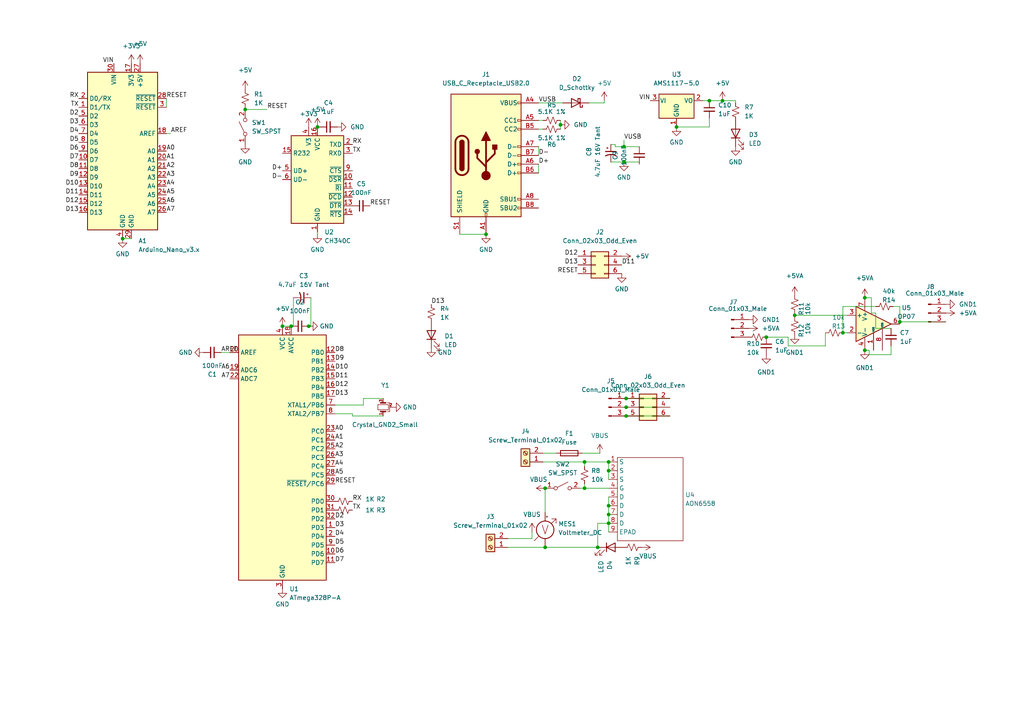
<source format=kicad_sch>
(kicad_sch (version 20211123) (generator eeschema)
  (paper "A4")
  (lib_symbols
    (symbol "AON6558:AON6558"
      (property "Reference" "U" (at 11.43 5.08 0))
      (property "Value" "AON6558" (at 12.7 -11.43 0))
      (symbol "AON6558_0_0"
        (pin unspecified line (at 0 0 0) (length 2.54) (name "S") (number "1"))
        (pin unspecified line (at 0 -2.54 0) (length 2.54) (name "S") (number "2"))
        (pin unspecified line (at 0 -5.08 0) (length 2.54) (name "S") (number "3"))
        (pin unspecified line (at 0 -7.62 0) (length 2.54) (name "G") (number "4"))
        (pin unspecified line (at 0 -10.16 0) (length 2.54) (name "D") (number "5"))
        (pin unspecified line (at 0 -12.7 0) (length 2.54) (name "D") (number "6"))
        (pin unspecified line (at 0 -15.24 0) (length 2.54) (name "D") (number "7"))
        (pin unspecified line (at 0 -17.78 0) (length 2.54) (name "D") (number "8"))
        (pin unspecified line (at 0 -20.32 0) (length 2.54) (name "EPAD") (number "9"))
      )
      (symbol "AON6558_0_1"
        (rectangle (start 21.59 -22.86) (end 2.54 1.27))
      )
    )
    (symbol "Amplifier_Operational:OP07" (pin_names (offset 0.127))
      (property "Reference" "U" (at 1.27 6.35 0))
      (property "Value" "OP07" (at 1.27 3.81 0))
      (symbol "OP07_0_1"
        (polyline (pts (xy -5.08 5.08) (xy 5.08 0) (xy -5.08 -5.08) (xy -5.08 5.08)) (stroke (width 0.254)) (fill (type background)))
      )
      (symbol "OP07_1_1"
        (pin input line (at 0 -7.62 90) (length 5.08) (name "VOS") (number "1"))
        (pin input line (at -7.62 -2.54 0) (length 2.54) (name "-") (number "2"))
        (pin input line (at -7.62 2.54 0) (length 2.54) (name "+") (number "3"))
        (pin power_in line (at -2.54 -7.62 90) (length 3.81) (name "V-") (number "4"))
        (pin no_connect line (at 0 2.54 270) (length 2.54) hide (name "NC") (number "5"))
        (pin output line (at 7.62 0 180) (length 2.54) (name "~") (number "6"))
        (pin power_in line (at -2.54 7.62 270) (length 3.81) (name "V+") (number "7"))
        (pin input line (at 2.54 -7.62 90) (length 6.35) (name "VOS") (number "8"))
      )
    )
    (symbol "Connector:Conn_01x03_Male" (pin_names (offset 1.016) hide)
      (property "Reference" "J" (at 0 5.08 0))
      (property "Value" "Conn_01x03_Male" (at 0 -5.08 0))
      (symbol "Conn_01x03_Male_1_1"
        (polyline (pts (xy 1.27 -2.54) (xy 0.8636 -2.54)) (stroke (width 0.1524)))
        (polyline (pts (xy 1.27 0) (xy 0.8636 0)) (stroke (width 0.1524)))
        (polyline (pts (xy 1.27 2.54) (xy 0.8636 2.54)) (stroke (width 0.1524)))
        (rectangle (start 0.8636 -2.413) (end 0 -2.667) (stroke (width 0.1524)) (fill (type outline)))
        (rectangle (start 0.8636 0.127) (end 0 -0.127) (stroke (width 0.1524)) (fill (type outline)))
        (rectangle (start 0.8636 2.667) (end 0 2.413) (stroke (width 0.1524)) (fill (type outline)))
        (pin passive line (at 5.08 2.54 180) (length 3.81) (name "Pin_1") (number "1"))
        (pin passive line (at 5.08 0 180) (length 3.81) (name "Pin_2") (number "2"))
        (pin passive line (at 5.08 -2.54 180) (length 3.81) (name "Pin_3") (number "3"))
      )
    )
    (symbol "Connector:Screw_Terminal_01x02" (pin_names (offset 1.016) hide)
      (property "Reference" "J" (at 0 2.54 0))
      (property "Value" "Screw_Terminal_01x02" (at 0 -5.08 0))
      (symbol "Screw_Terminal_01x02_1_1"
        (rectangle (start -1.27 1.27) (end 1.27 -3.81) (stroke (width 0.254)) (fill (type background)))
        (circle (center 0 -2.54) (radius 0.635) (stroke (width 0.1524)))
        (polyline (pts (xy -0.5334 -2.2098) (xy 0.3302 -3.048)) (stroke (width 0.1524)))
        (polyline (pts (xy -0.5334 0.3302) (xy 0.3302 -0.508)) (stroke (width 0.1524)))
        (polyline (pts (xy -0.3556 -2.032) (xy 0.508 -2.8702)) (stroke (width 0.1524)))
        (polyline (pts (xy -0.3556 0.508) (xy 0.508 -0.3302)) (stroke (width 0.1524)))
        (circle (center 0 0) (radius 0.635) (stroke (width 0.1524)))
        (pin passive line (at -5.08 0 0) (length 3.81) (name "Pin_1") (number "1"))
        (pin passive line (at -5.08 -2.54 0) (length 3.81) (name "Pin_2") (number "2"))
      )
    )
    (symbol "Connector:USB_C_Receptacle_USB2.0" (pin_names (offset 1.016))
      (property "Reference" "J" (at -10.16 19.05 0))
      (property "Value" "USB_C_Receptacle_USB2.0" (at 19.05 19.05 0))
      (symbol "USB_C_Receptacle_USB2.0_0_0"
        (rectangle (start -0.254 -17.78) (end 0.254 -16.764))
        (rectangle (start 10.16 -14.986) (end 9.144 -15.494))
        (rectangle (start 10.16 -12.446) (end 9.144 -12.954))
        (rectangle (start 10.16 -4.826) (end 9.144 -5.334))
        (rectangle (start 10.16 -2.286) (end 9.144 -2.794))
        (rectangle (start 10.16 0.254) (end 9.144 -0.254))
        (rectangle (start 10.16 2.794) (end 9.144 2.286))
        (rectangle (start 10.16 7.874) (end 9.144 7.366))
        (rectangle (start 10.16 10.414) (end 9.144 9.906))
        (rectangle (start 10.16 15.494) (end 9.144 14.986))
      )
      (symbol "USB_C_Receptacle_USB2.0_0_1"
        (rectangle (start -10.16 17.78) (end 10.16 -17.78) (stroke (width 0.254)) (fill (type background)))
        (arc (start -8.89 -3.81) (mid -6.985 -5.715) (end -5.08 -3.81) (stroke (width 0.508)))
        (arc (start -7.62 -3.81) (mid -6.985 -4.445) (end -6.35 -3.81) (stroke (width 0.254)))
        (arc (start -7.62 -3.81) (mid -6.985 -4.445) (end -6.35 -3.81) (stroke (width 0.254)) (fill (type outline)))
        (rectangle (start -7.62 -3.81) (end -6.35 3.81) (stroke (width 0.254)) (fill (type outline)))
        (arc (start -6.35 3.81) (mid -6.985 4.445) (end -7.62 3.81) (stroke (width 0.254)))
        (arc (start -6.35 3.81) (mid -6.985 4.445) (end -7.62 3.81) (stroke (width 0.254)) (fill (type outline)))
        (arc (start -5.08 3.81) (mid -6.985 5.715) (end -8.89 3.81) (stroke (width 0.508)))
        (circle (center -2.54 1.143) (radius 0.635) (stroke (width 0.254)) (fill (type outline)))
        (circle (center 0 -5.842) (radius 1.27) (fill (type outline)))
        (polyline (pts (xy -8.89 -3.81) (xy -8.89 3.81)) (stroke (width 0.508)))
        (polyline (pts (xy -5.08 3.81) (xy -5.08 -3.81)) (stroke (width 0.508)))
        (polyline (pts (xy 0 -5.842) (xy 0 4.318)) (stroke (width 0.508)))
        (polyline (pts (xy 0 -3.302) (xy -2.54 -0.762) (xy -2.54 0.508)) (stroke (width 0.508)))
        (polyline (pts (xy 0 -2.032) (xy 2.54 0.508) (xy 2.54 1.778)) (stroke (width 0.508)))
        (polyline (pts (xy -1.27 4.318) (xy 0 6.858) (xy 1.27 4.318) (xy -1.27 4.318)) (stroke (width 0.254)) (fill (type outline)))
        (rectangle (start 1.905 1.778) (end 3.175 3.048) (stroke (width 0.254)) (fill (type outline)))
      )
      (symbol "USB_C_Receptacle_USB2.0_1_1"
        (pin passive line (at 0 -22.86 90) (length 5.08) (name "GND") (number "A1"))
        (pin passive line (at 0 -22.86 90) (length 5.08) hide (name "GND") (number "A12"))
        (pin passive line (at 15.24 15.24 180) (length 5.08) (name "VBUS") (number "A4"))
        (pin bidirectional line (at 15.24 10.16 180) (length 5.08) (name "CC1") (number "A5"))
        (pin bidirectional line (at 15.24 -2.54 180) (length 5.08) (name "D+") (number "A6"))
        (pin bidirectional line (at 15.24 2.54 180) (length 5.08) (name "D-") (number "A7"))
        (pin bidirectional line (at 15.24 -12.7 180) (length 5.08) (name "SBU1") (number "A8"))
        (pin passive line (at 15.24 15.24 180) (length 5.08) hide (name "VBUS") (number "A9"))
        (pin passive line (at 0 -22.86 90) (length 5.08) hide (name "GND") (number "B1"))
        (pin passive line (at 0 -22.86 90) (length 5.08) hide (name "GND") (number "B12"))
        (pin passive line (at 15.24 15.24 180) (length 5.08) hide (name "VBUS") (number "B4"))
        (pin bidirectional line (at 15.24 7.62 180) (length 5.08) (name "CC2") (number "B5"))
        (pin bidirectional line (at 15.24 -5.08 180) (length 5.08) (name "D+") (number "B6"))
        (pin bidirectional line (at 15.24 0 180) (length 5.08) (name "D-") (number "B7"))
        (pin bidirectional line (at 15.24 -15.24 180) (length 5.08) (name "SBU2") (number "B8"))
        (pin passive line (at 15.24 15.24 180) (length 5.08) hide (name "VBUS") (number "B9"))
        (pin passive line (at -7.62 -22.86 90) (length 5.08) (name "SHIELD") (number "S1"))
      )
    )
    (symbol "Connector_Generic:Conn_02x03_Odd_Even" (pin_names (offset 1.016) hide)
      (property "Reference" "J" (at 1.27 5.08 0))
      (property "Value" "Conn_02x03_Odd_Even" (at 1.27 -5.08 0))
      (symbol "Conn_02x03_Odd_Even_1_1"
        (rectangle (start -1.27 -2.413) (end 0 -2.667) (stroke (width 0.1524)))
        (rectangle (start -1.27 0.127) (end 0 -0.127) (stroke (width 0.1524)))
        (rectangle (start -1.27 2.667) (end 0 2.413) (stroke (width 0.1524)))
        (rectangle (start -1.27 3.81) (end 3.81 -3.81) (stroke (width 0.254)) (fill (type background)))
        (rectangle (start 3.81 -2.413) (end 2.54 -2.667) (stroke (width 0.1524)))
        (rectangle (start 3.81 0.127) (end 2.54 -0.127) (stroke (width 0.1524)))
        (rectangle (start 3.81 2.667) (end 2.54 2.413) (stroke (width 0.1524)))
        (pin passive line (at -5.08 2.54 0) (length 3.81) (name "Pin_1") (number "1"))
        (pin passive line (at 7.62 2.54 180) (length 3.81) (name "Pin_2") (number "2"))
        (pin passive line (at -5.08 0 0) (length 3.81) (name "Pin_3") (number "3"))
        (pin passive line (at 7.62 0 180) (length 3.81) (name "Pin_4") (number "4"))
        (pin passive line (at -5.08 -2.54 0) (length 3.81) (name "Pin_5") (number "5"))
        (pin passive line (at 7.62 -2.54 180) (length 3.81) (name "Pin_6") (number "6"))
      )
    )
    (symbol "Device:C_Polarized_Small_US" (pin_numbers hide) (pin_names (offset 0.254) hide)
      (property "Reference" "C" (at 0.254 1.778 0))
      (property "Value" "C_Polarized_Small_US" (at 0.254 -2.032 0))
      (symbol "C_Polarized_Small_US_0_1"
        (polyline (pts (xy -1.524 0.508) (xy 1.524 0.508)) (stroke (width 0.3048)))
        (polyline (pts (xy -1.27 1.524) (xy -0.762 1.524)))
        (polyline (pts (xy -1.016 1.27) (xy -1.016 1.778)))
        (arc (start 1.524 -0.762) (mid 0 -0.3734) (end -1.524 -0.762) (stroke (width 0.3048)))
      )
      (symbol "C_Polarized_Small_US_1_1"
        (pin passive line (at 0 2.54 270) (length 2.032) (name "~") (number "1"))
        (pin passive line (at 0 -2.54 90) (length 2.032) (name "~") (number "2"))
      )
    )
    (symbol "Device:C_Small" (pin_numbers hide) (pin_names (offset 0.254) hide)
      (property "Reference" "C" (at 0.254 1.778 0))
      (property "Value" "C_Small" (at 0.254 -2.032 0))
      (symbol "C_Small_0_1"
        (polyline (pts (xy -1.524 -0.508) (xy 1.524 -0.508)) (stroke (width 0.3302)))
        (polyline (pts (xy -1.524 0.508) (xy 1.524 0.508)) (stroke (width 0.3048)))
      )
      (symbol "C_Small_1_1"
        (pin passive line (at 0 2.54 270) (length 2.032) (name "~") (number "1"))
        (pin passive line (at 0 -2.54 90) (length 2.032) (name "~") (number "2"))
      )
    )
    (symbol "Device:Crystal_GND2_Small" (pin_names (offset 1.016) hide)
      (property "Reference" "Y" (at 0 5.08 0))
      (property "Value" "Crystal_GND2_Small" (at 0 3.175 0))
      (symbol "Crystal_GND2_Small_0_1"
        (rectangle (start -0.762 -1.524) (end 0.762 1.524))
        (polyline (pts (xy -1.27 -0.762) (xy -1.27 0.762)) (stroke (width 0.381)))
        (polyline (pts (xy 1.27 -0.762) (xy 1.27 0.762)) (stroke (width 0.381)))
        (polyline (pts (xy -1.27 -1.27) (xy -1.27 -1.905) (xy 1.27 -1.905) (xy 1.27 -1.27)))
      )
      (symbol "Crystal_GND2_Small_1_1"
        (pin passive line (at -2.54 0 0) (length 1.27) (name "1") (number "1"))
        (pin passive line (at 0 -2.54 90) (length 0.635) (name "2") (number "2"))
        (pin passive line (at 2.54 0 180) (length 1.27) (name "3") (number "3"))
      )
    )
    (symbol "Device:D_Schottky" (pin_numbers hide) (pin_names (offset 1.016) hide)
      (property "Reference" "D" (at 0 2.54 0))
      (property "Value" "D_Schottky" (at 0 -2.54 0))
      (symbol "D_Schottky_0_1"
        (polyline (pts (xy 1.27 0) (xy -1.27 0)))
        (polyline (pts (xy 1.27 1.27) (xy 1.27 -1.27) (xy -1.27 0) (xy 1.27 1.27)) (stroke (width 0.254)))
        (polyline (pts (xy -1.905 0.635) (xy -1.905 1.27) (xy -1.27 1.27) (xy -1.27 -1.27) (xy -0.635 -1.27) (xy -0.635 -0.635)) (stroke (width 0.254)))
      )
      (symbol "D_Schottky_1_1"
        (pin passive line (at -3.81 0 0) (length 2.54) (name "K") (number "1"))
        (pin passive line (at 3.81 0 180) (length 2.54) (name "A") (number "2"))
      )
    )
    (symbol "Device:Fuse" (pin_numbers hide) (pin_names (offset 0))
      (property "Reference" "F" (at 2.032 0 90))
      (property "Value" "Fuse" (at -1.905 0 90))
      (symbol "Fuse_0_1"
        (rectangle (start -0.762 -2.54) (end 0.762 2.54) (stroke (width 0.254)))
        (polyline (pts (xy 0 2.54) (xy 0 -2.54)))
      )
      (symbol "Fuse_1_1"
        (pin passive line (at 0 3.81 270) (length 1.27) (name "~") (number "1"))
        (pin passive line (at 0 -3.81 90) (length 1.27) (name "~") (number "2"))
      )
    )
    (symbol "Device:LED" (pin_numbers hide) (pin_names (offset 1.016) hide)
      (property "Reference" "D" (at 0 2.54 0))
      (property "Value" "LED" (at 0 -2.54 0))
      (symbol "LED_0_1"
        (polyline (pts (xy -1.27 -1.27) (xy -1.27 1.27)) (stroke (width 0.254)))
        (polyline (pts (xy -1.27 0) (xy 1.27 0)))
        (polyline (pts (xy 1.27 -1.27) (xy 1.27 1.27) (xy -1.27 0) (xy 1.27 -1.27)) (stroke (width 0.254)))
        (polyline (pts (xy -3.048 -0.762) (xy -4.572 -2.286) (xy -3.81 -2.286) (xy -4.572 -2.286) (xy -4.572 -1.524)))
        (polyline (pts (xy -1.778 -0.762) (xy -3.302 -2.286) (xy -2.54 -2.286) (xy -3.302 -2.286) (xy -3.302 -1.524)))
      )
      (symbol "LED_1_1"
        (pin passive line (at -3.81 0 0) (length 2.54) (name "K") (number "1"))
        (pin passive line (at 3.81 0 180) (length 2.54) (name "A") (number "2"))
      )
    )
    (symbol "Device:R_Small_US" (pin_numbers hide) (pin_names (offset 0.254) hide)
      (property "Reference" "R" (at 0.762 0.508 0))
      (property "Value" "R_Small_US" (at 0.762 -1.016 0))
      (symbol "R_Small_US_1_1"
        (polyline (pts (xy 0 0) (xy 1.016 -0.381) (xy 0 -0.762) (xy -1.016 -1.143) (xy 0 -1.524)))
        (polyline (pts (xy 0 1.524) (xy 1.016 1.143) (xy 0 0.762) (xy -1.016 0.381) (xy 0 0)))
        (pin passive line (at 0 2.54 270) (length 1.016) (name "~") (number "1"))
        (pin passive line (at 0 -2.54 90) (length 1.016) (name "~") (number "2"))
      )
    )
    (symbol "Device:Voltmeter_DC" (pin_numbers hide) (pin_names (offset 0.0254) hide)
      (property "Reference" "MES" (at -3.302 1.016 0))
      (property "Value" "Voltmeter_DC" (at -3.302 -0.762 0))
      (symbol "Voltmeter_DC_0_0"
        (polyline (pts (xy -3.175 -3.175) (xy -1.905 -1.905)))
        (polyline (pts (xy 1.905 1.905) (xy 3.175 3.175)))
        (polyline (pts (xy 1.905 3.175) (xy 3.175 3.175) (xy 3.175 1.905)))
        (text "V" (at 0 0 0) (effects (font (size 2.54 2.54))))
      )
      (symbol "Voltmeter_DC_0_1"
        (polyline (pts (xy 0.254 3.81) (xy 0.762 3.81)))
        (polyline (pts (xy 0.508 4.064) (xy 0.508 3.556)))
        (circle (center 0 0) (radius 2.54) (stroke (width 0.254)))
      )
      (symbol "Voltmeter_DC_1_1"
        (pin passive line (at 0 -5.08 90) (length 2.54) (name "-") (number "1"))
        (pin passive line (at 0 5.08 270) (length 2.54) (name "+") (number "2"))
      )
    )
    (symbol "Interface_USB:CH340C"
      (property "Reference" "U" (at -5.08 13.97 0))
      (property "Value" "CH340C" (at 1.27 13.97 0))
      (symbol "CH340C_0_1"
        (rectangle (start -7.62 12.7) (end 7.62 -12.7) (stroke (width 0.254)) (fill (type background)))
      )
      (symbol "CH340C_1_1"
        (pin power_in line (at 0 -15.24 90) (length 2.54) (name "GND") (number "1"))
        (pin input line (at 10.16 0 180) (length 2.54) (name "~{DSR}") (number "10"))
        (pin input line (at 10.16 -2.54 180) (length 2.54) (name "~{RI}") (number "11"))
        (pin input line (at 10.16 -5.08 180) (length 2.54) (name "~{DCD}") (number "12"))
        (pin output line (at 10.16 -7.62 180) (length 2.54) (name "~{DTR}") (number "13"))
        (pin output line (at 10.16 -10.16 180) (length 2.54) (name "~{RTS}") (number "14"))
        (pin input line (at -10.16 7.62 0) (length 2.54) (name "R232") (number "15"))
        (pin power_in line (at 0 15.24 270) (length 2.54) (name "VCC") (number "16"))
        (pin output line (at 10.16 10.16 180) (length 2.54) (name "TXD") (number "2"))
        (pin input line (at 10.16 7.62 180) (length 2.54) (name "RXD") (number "3"))
        (pin passive line (at -2.54 15.24 270) (length 2.54) (name "V3") (number "4"))
        (pin bidirectional line (at -10.16 2.54 0) (length 2.54) (name "UD+") (number "5"))
        (pin bidirectional line (at -10.16 0 0) (length 2.54) (name "UD-") (number "6"))
        (pin no_connect line (at -7.62 -7.62 0) (length 2.54) hide (name "NC") (number "7"))
        (pin no_connect line (at -7.62 -10.16 0) (length 2.54) hide (name "NC") (number "8"))
        (pin input line (at 10.16 2.54 180) (length 2.54) (name "~{CTS}") (number "9"))
      )
    )
    (symbol "MCU_Microchip_ATmega:ATmega328P-A"
      (property "Reference" "U" (at -12.7 36.83 0))
      (property "Value" "ATmega328P-A" (at 2.54 -36.83 0))
      (symbol "ATmega328P-A_0_1"
        (rectangle (start -12.7 -35.56) (end 12.7 35.56) (stroke (width 0.254)) (fill (type background)))
      )
      (symbol "ATmega328P-A_1_1"
        (pin bidirectional line (at 15.24 -20.32 180) (length 2.54) (name "PD3") (number "1"))
        (pin bidirectional line (at 15.24 -27.94 180) (length 2.54) (name "PD6") (number "10"))
        (pin bidirectional line (at 15.24 -30.48 180) (length 2.54) (name "PD7") (number "11"))
        (pin bidirectional line (at 15.24 30.48 180) (length 2.54) (name "PB0") (number "12"))
        (pin bidirectional line (at 15.24 27.94 180) (length 2.54) (name "PB1") (number "13"))
        (pin bidirectional line (at 15.24 25.4 180) (length 2.54) (name "PB2") (number "14"))
        (pin bidirectional line (at 15.24 22.86 180) (length 2.54) (name "PB3") (number "15"))
        (pin bidirectional line (at 15.24 20.32 180) (length 2.54) (name "PB4") (number "16"))
        (pin bidirectional line (at 15.24 17.78 180) (length 2.54) (name "PB5") (number "17"))
        (pin power_in line (at 2.54 38.1 270) (length 2.54) (name "AVCC") (number "18"))
        (pin input line (at -15.24 25.4 0) (length 2.54) (name "ADC6") (number "19"))
        (pin bidirectional line (at 15.24 -22.86 180) (length 2.54) (name "PD4") (number "2"))
        (pin passive line (at -15.24 30.48 0) (length 2.54) (name "AREF") (number "20"))
        (pin passive line (at 0 -38.1 90) (length 2.54) hide (name "GND") (number "21"))
        (pin input line (at -15.24 22.86 0) (length 2.54) (name "ADC7") (number "22"))
        (pin bidirectional line (at 15.24 7.62 180) (length 2.54) (name "PC0") (number "23"))
        (pin bidirectional line (at 15.24 5.08 180) (length 2.54) (name "PC1") (number "24"))
        (pin bidirectional line (at 15.24 2.54 180) (length 2.54) (name "PC2") (number "25"))
        (pin bidirectional line (at 15.24 0 180) (length 2.54) (name "PC3") (number "26"))
        (pin bidirectional line (at 15.24 -2.54 180) (length 2.54) (name "PC4") (number "27"))
        (pin bidirectional line (at 15.24 -5.08 180) (length 2.54) (name "PC5") (number "28"))
        (pin bidirectional line (at 15.24 -7.62 180) (length 2.54) (name "~{RESET}/PC6") (number "29"))
        (pin power_in line (at 0 -38.1 90) (length 2.54) (name "GND") (number "3"))
        (pin bidirectional line (at 15.24 -12.7 180) (length 2.54) (name "PD0") (number "30"))
        (pin bidirectional line (at 15.24 -15.24 180) (length 2.54) (name "PD1") (number "31"))
        (pin bidirectional line (at 15.24 -17.78 180) (length 2.54) (name "PD2") (number "32"))
        (pin power_in line (at 0 38.1 270) (length 2.54) (name "VCC") (number "4"))
        (pin passive line (at 0 -38.1 90) (length 2.54) hide (name "GND") (number "5"))
        (pin passive line (at 0 38.1 270) (length 2.54) hide (name "VCC") (number "6"))
        (pin bidirectional line (at 15.24 15.24 180) (length 2.54) (name "XTAL1/PB6") (number "7"))
        (pin bidirectional line (at 15.24 12.7 180) (length 2.54) (name "XTAL2/PB7") (number "8"))
        (pin bidirectional line (at 15.24 -25.4 180) (length 2.54) (name "PD5") (number "9"))
      )
    )
    (symbol "MCU_Module:Arduino_Nano_v3.x"
      (property "Reference" "A" (at -10.16 23.495 0))
      (property "Value" "Arduino_Nano_v3.x" (at 5.08 -24.13 0))
      (symbol "Arduino_Nano_v3.x_0_1"
        (rectangle (start -10.16 22.86) (end 10.16 -22.86) (stroke (width 0.254)) (fill (type background)))
      )
      (symbol "Arduino_Nano_v3.x_1_1"
        (pin bidirectional line (at -12.7 12.7 0) (length 2.54) (name "D1/TX") (number "1"))
        (pin bidirectional line (at -12.7 -2.54 0) (length 2.54) (name "D7") (number "10"))
        (pin bidirectional line (at -12.7 -5.08 0) (length 2.54) (name "D8") (number "11"))
        (pin bidirectional line (at -12.7 -7.62 0) (length 2.54) (name "D9") (number "12"))
        (pin bidirectional line (at -12.7 -10.16 0) (length 2.54) (name "D10") (number "13"))
        (pin bidirectional line (at -12.7 -12.7 0) (length 2.54) (name "D11") (number "14"))
        (pin bidirectional line (at -12.7 -15.24 0) (length 2.54) (name "D12") (number "15"))
        (pin bidirectional line (at -12.7 -17.78 0) (length 2.54) (name "D13") (number "16"))
        (pin power_out line (at 2.54 25.4 270) (length 2.54) (name "3V3") (number "17"))
        (pin input line (at 12.7 5.08 180) (length 2.54) (name "AREF") (number "18"))
        (pin bidirectional line (at 12.7 0 180) (length 2.54) (name "A0") (number "19"))
        (pin bidirectional line (at -12.7 15.24 0) (length 2.54) (name "D0/RX") (number "2"))
        (pin bidirectional line (at 12.7 -2.54 180) (length 2.54) (name "A1") (number "20"))
        (pin bidirectional line (at 12.7 -5.08 180) (length 2.54) (name "A2") (number "21"))
        (pin bidirectional line (at 12.7 -7.62 180) (length 2.54) (name "A3") (number "22"))
        (pin bidirectional line (at 12.7 -10.16 180) (length 2.54) (name "A4") (number "23"))
        (pin bidirectional line (at 12.7 -12.7 180) (length 2.54) (name "A5") (number "24"))
        (pin bidirectional line (at 12.7 -15.24 180) (length 2.54) (name "A6") (number "25"))
        (pin bidirectional line (at 12.7 -17.78 180) (length 2.54) (name "A7") (number "26"))
        (pin power_out line (at 5.08 25.4 270) (length 2.54) (name "+5V") (number "27"))
        (pin input line (at 12.7 15.24 180) (length 2.54) (name "~{RESET}") (number "28"))
        (pin power_in line (at 2.54 -25.4 90) (length 2.54) (name "GND") (number "29"))
        (pin input line (at 12.7 12.7 180) (length 2.54) (name "~{RESET}") (number "3"))
        (pin power_in line (at -2.54 25.4 270) (length 2.54) (name "VIN") (number "30"))
        (pin power_in line (at 0 -25.4 90) (length 2.54) (name "GND") (number "4"))
        (pin bidirectional line (at -12.7 10.16 0) (length 2.54) (name "D2") (number "5"))
        (pin bidirectional line (at -12.7 7.62 0) (length 2.54) (name "D3") (number "6"))
        (pin bidirectional line (at -12.7 5.08 0) (length 2.54) (name "D4") (number "7"))
        (pin bidirectional line (at -12.7 2.54 0) (length 2.54) (name "D5") (number "8"))
        (pin bidirectional line (at -12.7 0 0) (length 2.54) (name "D6") (number "9"))
      )
    )
    (symbol "Regulator_Linear:AMS1117-5.0" (pin_names (offset 0.254))
      (property "Reference" "U" (at -3.81 3.175 0))
      (property "Value" "AMS1117-5.0" (at 0 3.175 0))
      (symbol "AMS1117-5.0_0_1"
        (rectangle (start -5.08 -5.08) (end 5.08 1.905) (stroke (width 0.254)) (fill (type background)))
      )
      (symbol "AMS1117-5.0_1_1"
        (pin power_in line (at 0 -7.62 90) (length 2.54) (name "GND") (number "1"))
        (pin power_out line (at 7.62 0 180) (length 2.54) (name "VO") (number "2"))
        (pin power_in line (at -7.62 0 0) (length 2.54) (name "VI") (number "3"))
      )
    )
    (symbol "Switch:SW_SPST" (pin_names (offset 0) hide)
      (property "Reference" "SW" (at 0 3.175 0))
      (property "Value" "SW_SPST" (at 0 -2.54 0))
      (symbol "SW_SPST_0_0"
        (circle (center -2.032 0) (radius 0.508))
        (polyline (pts (xy -1.524 0.254) (xy 1.524 1.778)))
        (circle (center 2.032 0) (radius 0.508))
      )
      (symbol "SW_SPST_1_1"
        (pin passive line (at -5.08 0 0) (length 2.54) (name "A") (number "1"))
        (pin passive line (at 5.08 0 180) (length 2.54) (name "B") (number "2"))
      )
    )
    (symbol "power:+3.3V" (power) (pin_names (offset 0))
      (property "Value" "+3.3V" (at 0 3.556 0))
      (symbol "+3.3V_0_1"
        (polyline (pts (xy -0.762 1.27) (xy 0 2.54)))
        (polyline (pts (xy 0 0) (xy 0 2.54)))
        (polyline (pts (xy 0 2.54) (xy 0.762 1.27)))
      )
      (symbol "+3.3V_1_1"
        (pin power_in line (at 0 0 90) (length 0) hide (name "+3V3") (number "1"))
      )
    )
    (symbol "power:+5V" (power) (pin_names (offset 0))
      (property "Value" "+5V" (at 0 3.556 0))
      (symbol "+5V_0_1"
        (polyline (pts (xy -0.762 1.27) (xy 0 2.54)))
        (polyline (pts (xy 0 0) (xy 0 2.54)))
        (polyline (pts (xy 0 2.54) (xy 0.762 1.27)))
      )
      (symbol "+5V_1_1"
        (pin power_in line (at 0 0 90) (length 0) hide (name "+5V") (number "1"))
      )
    )
    (symbol "power:+5VA" (power) (pin_names (offset 0))
      (property "Value" "+5VA" (at 0 3.556 0))
      (symbol "+5VA_0_1"
        (polyline (pts (xy -0.762 1.27) (xy 0 2.54)))
        (polyline (pts (xy 0 0) (xy 0 2.54)))
        (polyline (pts (xy 0 2.54) (xy 0.762 1.27)))
      )
      (symbol "+5VA_1_1"
        (pin power_in line (at 0 0 90) (length 0) hide (name "+5VA") (number "1"))
      )
    )
    (symbol "power:GND" (power) (pin_names (offset 0))
      (property "Value" "GND" (at 0 -3.81 0))
      (symbol "GND_0_1"
        (polyline (pts (xy 0 0) (xy 0 -1.27) (xy 1.27 -1.27) (xy 0 -2.54) (xy -1.27 -1.27) (xy 0 -1.27)))
      )
      (symbol "GND_1_1"
        (pin power_in line (at 0 0 270) (length 0) hide (name "GND") (number "1"))
      )
    )
    (symbol "power:GND1" (power) (pin_names (offset 0))
      (property "Value" "GND1" (at 0 -3.81 0))
      (symbol "GND1_0_1"
        (polyline (pts (xy 0 0) (xy 0 -1.27) (xy 1.27 -1.27) (xy 0 -2.54) (xy -1.27 -1.27) (xy 0 -1.27)))
      )
      (symbol "GND1_1_1"
        (pin power_in line (at 0 0 270) (length 0) hide (name "GND1") (number "1"))
      )
    )
    (symbol "power:VBUS" (power) (pin_names (offset 0))
      (property "Value" "VBUS" (at 0 3.81 0))
      (symbol "VBUS_0_1"
        (polyline (pts (xy -0.762 1.27) (xy 0 2.54)))
        (polyline (pts (xy 0 0) (xy 0 2.54)))
        (polyline (pts (xy 0 2.54) (xy 0.762 1.27)))
      )
      (symbol "VBUS_1_1"
        (pin power_in line (at 0 0 90) (length 0) hide (name "VBUS") (number "1"))
      )
    )
  )
  (junction (at 250.825 101.6))
  (junction (at 176.53 136.525))
  (junction (at 169.545 141.605))
  (junction (at 209.55 29.21))
  (junction (at 89.535 94.615))
  (junction (at 158.115 141.605))
  (junction (at 176.53 151.765))
  (junction (at 176.53 149.225))
  (junction (at 176.53 133.985))
  (junction (at 35.56 69.215))
  (junction (at 84.455 94.615))
  (junction (at 181.61 115.57))
  (junction (at 176.53 146.685))
  (junction (at 260.985 93.345))
  (junction (at 140.97 67.945))
  (junction (at 181.61 120.65))
  (junction (at 158.115 158.75))
  (junction (at 180.975 42.545))
  (junction (at 162.56 36.195))
  (junction (at 250.825 86.36))
  (junction (at 196.215 36.83))
  (junction (at 230.505 91.44))
  (junction (at 180.975 46.99))
  (junction (at 81.915 94.615))
  (junction (at 169.545 133.985))
  (junction (at 244.475 96.52))
  (junction (at 92.075 36.83))
  (junction (at 205.74 29.21))
  (junction (at 181.61 118.11))
  (junction (at 71.12 31.75))
  (junction (at 173.355 158.75))
  (junction (at 222.25 97.79))
  (wire (pts (xy 244.475 88.9) (xy 254 88.9)))
  (wire (pts (xy 157.48 133.985) (xy 169.545 133.985)))
  (wire (pts (xy 259.08 88.9) (xy 260.985 88.9)))
  (wire (pts (xy 105.41 117.475) (xy 105.41 115.57)))
  (wire (pts (xy 181.61 120.65) (xy 194.31 120.65)))
  (wire (pts (xy 102.235 120.015) (xy 97.155 120.015)))
  (wire (pts (xy 64.135 102.235) (xy 66.675 102.235)))
  (wire (pts (xy 97.155 117.475) (xy 105.41 117.475)))
  (wire (pts (xy 260.985 88.9) (xy 260.985 93.345)))
  (wire (pts (xy 244.475 96.52) (xy 245.745 96.52)))
  (wire (pts (xy 181.61 118.11) (xy 194.31 118.11)))
  (wire (pts (xy 181.61 115.57) (xy 194.31 115.57)))
  (wire (pts (xy 156.21 47.625) (xy 156.21 50.165)))
  (wire (pts (xy 147.32 156.21) (xy 154.305 156.21)))
  (wire (pts (xy 274.32 93.345) (xy 260.985 93.345)))
  (wire (pts (xy 173.355 151.765) (xy 176.53 151.765)))
  (wire (pts (xy 185.42 42.545) (xy 180.975 42.545)))
  (wire (pts (xy 156.21 34.925) (xy 157.48 34.925)))
  (wire (pts (xy 176.53 151.765) (xy 176.53 154.305)))
  (wire (pts (xy 168.91 131.445) (xy 173.99 131.445)))
  (wire (pts (xy 260.985 93.345) (xy 260.985 93.98)))
  (wire (pts (xy 162.56 34.925) (xy 162.56 36.195)))
  (wire (pts (xy 205.74 36.83) (xy 196.215 36.83)))
  (wire (pts (xy 176.53 144.145) (xy 176.53 146.685)))
  (wire (pts (xy 239.395 100.33) (xy 239.395 96.52)))
  (wire (pts (xy 205.74 29.21) (xy 209.55 29.21)))
  (wire (pts (xy 230.505 91.44) (xy 230.505 92.075)))
  (wire (pts (xy 173.355 158.75) (xy 173.355 151.765)))
  (wire (pts (xy 169.545 141.605) (xy 176.53 141.605)))
  (wire (pts (xy 111.125 120.65) (xy 102.235 120.65)))
  (wire (pts (xy 209.55 29.21) (xy 213.36 29.21)))
  (wire (pts (xy 230.505 91.44) (xy 245.745 91.44)))
  (wire (pts (xy 133.35 67.945) (xy 140.97 67.945)))
  (wire (pts (xy 162.56 36.195) (xy 162.56 37.465)))
  (wire (pts (xy 228.6 97.79) (xy 228.6 100.33)))
  (wire (pts (xy 230.505 91.44) (xy 230.505 90.805)))
  (wire (pts (xy 177.165 46.99) (xy 180.975 46.99)))
  (wire (pts (xy 147.32 158.75) (xy 158.115 158.75)))
  (wire (pts (xy 252.095 102.87) (xy 252.095 101.6)))
  (wire (pts (xy 176.53 136.525) (xy 176.53 139.065)))
  (wire (pts (xy 252.73 90.805) (xy 252.73 86.36)))
  (wire (pts (xy 168.275 141.605) (xy 169.545 141.605)))
  (wire (pts (xy 48.26 28.575) (xy 48.26 31.115)))
  (wire (pts (xy 180.975 42.545) (xy 180.975 40.64)))
  (wire (pts (xy 254 95.25) (xy 254 90.805)))
  (wire (pts (xy 258.445 95.25) (xy 254 95.25)))
  (wire (pts (xy 154.305 156.21) (xy 154.305 154.305)))
  (wire (pts (xy 176.53 133.985) (xy 176.53 136.525)))
  (wire (pts (xy 213.36 29.845) (xy 213.36 29.21)))
  (wire (pts (xy 178.435 41.91) (xy 177.165 41.91)))
  (wire (pts (xy 92.71 36.83) (xy 92.075 36.83)))
  (wire (pts (xy 244.475 88.9) (xy 244.475 96.52)))
  (wire (pts (xy 102.235 120.65) (xy 102.235 120.015)))
  (wire (pts (xy 258.445 100.33) (xy 258.445 102.87)))
  (wire (pts (xy 252.095 101.6) (xy 250.825 101.6)))
  (wire (pts (xy 170.815 29.845) (xy 175.26 29.845)))
  (wire (pts (xy 185.42 46.99) (xy 185.42 47.625)))
  (wire (pts (xy 71.12 31.75) (xy 77.47 31.75)))
  (wire (pts (xy 176.53 149.225) (xy 176.53 151.765)))
  (wire (pts (xy 169.545 133.985) (xy 176.53 133.985)))
  (wire (pts (xy 178.435 42.545) (xy 178.435 41.91)))
  (wire (pts (xy 169.545 133.985) (xy 169.545 135.255)))
  (wire (pts (xy 222.25 97.79) (xy 228.6 97.79)))
  (wire (pts (xy 48.26 38.735) (xy 49.53 38.735)))
  (wire (pts (xy 85.09 86.36) (xy 85.09 94.615)))
  (wire (pts (xy 258.445 102.87) (xy 252.095 102.87)))
  (wire (pts (xy 35.56 69.215) (xy 38.1 69.215)))
  (wire (pts (xy 252.73 86.36) (xy 250.825 86.36)))
  (wire (pts (xy 176.53 146.685) (xy 176.53 149.225)))
  (wire (pts (xy 175.26 29.845) (xy 175.26 29.21)))
  (wire (pts (xy 90.17 86.36) (xy 90.17 94.615)))
  (wire (pts (xy 205.74 34.29) (xy 205.74 36.83)))
  (wire (pts (xy 203.835 29.21) (xy 205.74 29.21)))
  (wire (pts (xy 169.545 140.335) (xy 169.545 141.605)))
  (wire (pts (xy 180.975 42.545) (xy 178.435 42.545)))
  (wire (pts (xy 228.6 100.33) (xy 239.395 100.33)))
  (wire (pts (xy 90.17 94.615) (xy 89.535 94.615)))
  (wire (pts (xy 105.41 115.57) (xy 111.125 115.57)))
  (wire (pts (xy 85.09 94.615) (xy 84.455 94.615)))
  (wire (pts (xy 81.915 94.615) (xy 84.455 94.615)))
  (wire (pts (xy 180.975 46.99) (xy 185.42 46.99)))
  (wire (pts (xy 92.075 67.31) (xy 92.075 67.945)))
  (wire (pts (xy 158.115 141.605) (xy 158.115 148.59)))
  (wire (pts (xy 156.21 29.845) (xy 163.195 29.845)))
  (wire (pts (xy 254 90.805) (xy 252.73 90.805)))
  (wire (pts (xy 71.12 31.115) (xy 71.12 31.75)))
  (wire (pts (xy 158.115 158.75) (xy 173.355 158.75)))
  (wire (pts (xy 156.21 37.465) (xy 157.48 37.465)))
  (wire (pts (xy 157.48 131.445) (xy 161.29 131.445)))
  (wire (pts (xy 156.21 42.545) (xy 156.21 45.085)))
  (label "A2" (at 48.26 48.895 0))
  (label "D12" (at 97.155 112.395 0))
  (label "VIN" (at 188.595 29.21 180))
  (label "D+" (at 156.21 47.625 0))
  (label "D12" (at 22.86 59.055 180))
  (label "D2" (at 22.86 33.655 180))
  (label "A3" (at 48.26 51.435 0))
  (label "A1" (at 97.155 127.635 0))
  (label "D-" (at 81.915 52.07 180))
  (label "A0" (at 97.155 125.095 0))
  (label "D13" (at 167.64 76.835 180))
  (label "D9" (at 22.86 51.435 180))
  (label "D7" (at 97.155 163.195 0))
  (label "D10" (at 97.155 107.315 0))
  (label "RESET" (at 97.155 140.335 0))
  (label "D3" (at 22.86 36.195 180))
  (label "RX" (at 102.235 41.91 0))
  (label "D12" (at 167.64 74.295 180))
  (label "D10" (at 22.86 53.975 180))
  (label "AREF" (at 64.135 102.235 0))
  (label "D11" (at 22.86 56.515 180))
  (label "A4" (at 48.26 53.975 0))
  (label "D13" (at 125.095 88.265 0))
  (label "VUSB" (at 156.21 29.845 0))
  (label "TX" (at 102.235 44.45 0))
  (label "D5" (at 22.86 41.275 180))
  (label "D2" (at 97.155 150.495 0))
  (label "VIN" (at 33.02 18.415 180))
  (label "A6" (at 48.26 59.055 0))
  (label "A5" (at 48.26 56.515 0))
  (label "D4" (at 97.155 155.575 0))
  (label "D+" (at 81.915 49.53 180))
  (label "VUSB" (at 180.975 40.64 0))
  (label "D8" (at 22.86 48.895 180))
  (label "RESET" (at 167.64 79.375 180))
  (label "TX" (at 22.86 31.115 180))
  (label "D13" (at 97.155 114.935 0))
  (label "RX" (at 102.235 145.415 0))
  (label "A0" (at 48.26 43.815 0))
  (label "D-" (at 156.21 45.085 0))
  (label "D11" (at 97.155 109.855 0))
  (label "D6" (at 97.155 160.655 0))
  (label "RESET" (at 107.315 59.69 0))
  (label "D11" (at 180.34 76.835 0))
  (label "RESET" (at 77.47 31.75 0))
  (label "D5" (at 97.155 158.115 0))
  (label "D4" (at 22.86 38.735 180))
  (label "A4" (at 97.155 135.255 0))
  (label "TX" (at 102.235 147.955 0))
  (label "RESET" (at 48.26 28.575 0))
  (label "A5" (at 97.155 137.795 0))
  (label "D3" (at 97.155 153.035 0))
  (label "A3" (at 97.155 132.715 0))
  (label "D8" (at 97.155 102.235 0))
  (label "A2" (at 97.155 130.175 0))
  (label "A7" (at 48.26 61.595 0))
  (label "D13" (at 22.86 61.595 180))
  (label "D9" (at 97.155 104.775 0))
  (label "A1" (at 48.26 46.355 0))
  (label "D7" (at 22.86 46.355 180))
  (label "A6" (at 66.675 107.315 180))
  (label "D6" (at 22.86 43.815 180))
  (label "RX" (at 22.86 28.575 180))
  (label "AREF" (at 49.53 38.735 0))
  (label "A7" (at 66.675 109.855 180))
  (symbol (lib_id "power:GND1") (at 217.17 92.71 90) (unit 1)
    (property "Reference" "#PWR0130" (effects hide))
    (property "Value" "GND1" (at 220.98 92.7099 90) (effects (justify right)))
  )
  (symbol (lib_id "power:GND") (at 59.055 102.235 270) (unit 1)
    (property "Reference" "#PWR0107" (effects hide))
    (property "Value" "GND" (at 55.88 102.2351 90) (effects (justify right)))
  )
  (symbol (lib_id "Device:R_Small_US") (at 241.935 96.52 270) (unit 1)
    (property "Reference" "R13" (at 243.205 94.615 90))
    (property "Value" "10k" (at 243.205 92.075 90))
    (property "Footprint" "Resistor_THT:R_Axial_DIN0207_L6.3mm_D2.5mm_P10.16mm_Horizontal" (effects hide))
  )
  (symbol (lib_id "Connector:Screw_Terminal_01x02") (at 152.4 133.985 180) (unit 1)
    (property "Reference" "J4" (at 152.4 125.095 0))
    (property "Value" "Screw_Terminal_01x02" (at 152.4 127.635 0))
    (property "Footprint" "TerminalBlock_Phoenix:TerminalBlock_Phoenix_MKDS-1,5-2-5.08_1x02_P5.08mm_Horizontal" (effects hide))
  )
  (symbol (lib_id "power:VBUS") (at 173.99 131.445 0) (unit 1)
    (property "Reference" "#PWR0114" (effects hide))
    (property "Value" "VBUS" (at 173.99 126.365 0))
  )
  (symbol (lib_id "Device:R_Small_US") (at 160.02 37.465 90) (unit 1)
    (property "Reference" "R6" (at 160.02 41.91 90))
    (property "Value" "5.1K 1%" (at 160.02 40.005 90))
    (property "Footprint" "Resistor_SMD:R_0402_1005Metric" (effects hide))
    (property "Digikey" "RMCF0805FT5K10CT-ND" (effects hide))
  )
  (symbol (lib_id "Device:C_Polarized_Small_US") (at 87.63 86.36 270) (unit 1)
    (property "Reference" "C3" (at 88.0618 80.01 90))
    (property "Value" "4.7uF 16V Tant" (at 88.0618 82.55 90))
    (property "Footprint" "Capacitor_Tantalum_SMD:CP_EIA-3216-10_Kemet-I" (effects hide))
    (property "Digikey" "478-3868-1-ND" (effects hide))
  )
  (symbol (lib_id "power:+5VA") (at 250.825 86.36 0) (unit 1)
    (property "Reference" "#PWR0135" (effects hide))
    (property "Value" "+5VA" (at 250.825 80.645 0))
  )
  (symbol (lib_id "Switch:SW_SPST") (at 163.195 141.605 0) (unit 1)
    (property "Reference" "SW2" (at 163.195 134.62 0))
    (property "Value" "SW_SPST" (at 163.195 137.16 0))
    (property "Footprint" "Switch:M2012SS2W13" (effects hide))
  )
  (symbol (lib_id "power:+5V") (at 81.915 94.615 0) (unit 1)
    (property "Reference" "#PWR0102" (effects hide))
    (property "Value" "+5V" (at 81.915 89.535 0))
  )
  (symbol (lib_id "Device:C_Small") (at 86.995 94.615 270) (unit 1)
    (property "Reference" "C2" (at 86.9886 87.63 90))
    (property "Value" "100nF" (at 86.9886 90.17 90))
    (property "Footprint" "Capacitor_SMD:C_0603_1608Metric" (effects hide))
    (property "Digikey" "490-4779-1-ND" (effects hide))
  )
  (symbol (lib_id "Device:C_Small") (at 104.775 59.69 90) (unit 1)
    (property "Reference" "C5" (at 104.7813 53.34 90))
    (property "Value" "100nF" (at 104.7813 55.88 90))
    (property "Footprint" "Capacitor_SMD:C_0603_1608Metric" (effects hide))
    (property "Digikey" "490-4779-1-ND" (effects hide))
  )
  (symbol (lib_id "Device:C_Small") (at 185.42 45.085 0) (unit 1)
    (property "Reference" "C9" (at 178.435 45.0914 90))
    (property "Value" "100nF" (at 180.975 45.0914 90))
    (property "Footprint" "Capacitor_SMD:C_0603_1608Metric" (effects hide))
    (property "Digikey" "490-4779-1-ND" (effects hide))
  )
  (symbol (lib_id "power:+5VA") (at 230.505 85.725 0) (unit 1)
    (property "Reference" "#PWR0133" (effects hide))
    (property "Value" "+5VA" (at 230.505 80.01 0))
  )
  (symbol (lib_id "power:+5V") (at 92.075 36.83 0) (unit 1)
    (property "Reference" "#PWR0105" (effects hide))
    (property "Value" "+5V" (at 92.075 31.75 0))
  )
  (symbol (lib_id "Device:C_Small") (at 205.74 31.75 0) (unit 1)
    (property "Reference" "C10" (at 208.28 30.4862 0) (effects (justify left)))
    (property "Value" "1uF" (at 208.28 33.0262 0) (effects (justify left)))
    (property "Footprint" "Capacitor_SMD:C_0603_1608Metric" (effects hide))
    (property "Digikey" "490-1543-1-ND" (effects hide))
  )
  (symbol (lib_id "power:+5V") (at 180.34 74.295 270) (unit 1)
    (property "Reference" "#PWR0120" (effects hide))
    (property "Value" "+5V" (at 184.15 74.2949 90) (effects (justify left)))
  )
  (symbol (lib_id "Switch:SW_SPST") (at 71.12 36.83 90) (unit 1)
    (property "Reference" "SW1" (at 73.025 35.5599 90) (effects (justify right)))
    (property "Value" "SW_SPST" (at 73.025 38.0999 90) (effects (justify right)))
    (property "Footprint" "Button_Switch_SMD:SW_SPST_CK_RS282G05A3" (effects hide))
  )
  (symbol (lib_id "Connector:USB_C_Receptacle_USB2.0") (at 140.97 45.085 0) (unit 1)
    (property "Reference" "J1" (at 140.97 21.59 0))
    (property "Value" "USB_C_Receptacle_USB2.0" (at 140.97 24.13 0))
    (property "Footprint" "Connector_USB:USB_C_Receptacle_Palconn_UTC16-G" (effects hide))
    (property "Datasheet" "https://www.usb.org/sites/default/files/documents/usb_type-c.zip" (effects hide))
  )
  (symbol (lib_id "Connector:Screw_Terminal_01x02") (at 142.24 158.75 180) (unit 1)
    (property "Reference" "J3" (at 142.24 149.86 0))
    (property "Value" "Screw_Terminal_01x02" (at 142.24 152.4 0))
    (property "Footprint" "TerminalBlock_Phoenix:TerminalBlock_Phoenix_MKDS-1,5-2-5.08_1x02_P5.08mm_Horizontal" (effects hide))
  )
  (symbol (lib_id "Amplifier_Operational:OP07") (at 253.365 93.98 0) (unit 1)
    (property "Reference" "U5" (at 262.89 89.281 0))
    (property "Value" "OP07" (at 262.89 91.821 0))
    (property "Footprint" "Package_DIP:DIP-8_W7.62mm_Socket" (effects hide))
    (property "Datasheet" "https://www.analog.com/media/en/technical-documentation/data-sheets/OP07.pdf" (effects hide))
  )
  (symbol (lib_id "Device:C_Small") (at 222.25 100.33 0) (unit 1)
    (property "Reference" "C6" (at 224.79 99.0662 0) (effects (justify left)))
    (property "Value" "1uF" (at 224.79 101.6062 0) (effects (justify left)))
    (property "Footprint" "Capacitor_SMD:C_0603_1608Metric" (effects hide))
    (property "Digikey" "490-1543-1-ND" (effects hide))
  )
  (symbol (lib_id "power:GND") (at 213.36 42.545 0) (unit 1)
    (property "Reference" "#PWR0108" (effects hide))
    (property "Value" "GND" (at 213.36 46.99 0))
  )
  (symbol (lib_id "power:GND") (at 81.915 170.815 0) (unit 1)
    (property "Reference" "#PWR0113" (effects hide))
    (property "Value" "GND" (at 81.915 175.26 0))
  )
  (symbol (lib_id "Device:C_Polarized_Small_US") (at 177.165 44.45 0) (unit 1)
    (property "Reference" "C8" (at 170.815 44.0182 90))
    (property "Value" "4.7uF 16V Tant" (at 173.355 44.0182 90))
    (property "Footprint" "Capacitor_Tantalum_SMD:CP_EIA-3216-10_Kemet-I" (effects hide))
    (property "Digikey" "478-3868-1-ND" (effects hide))
  )
  (symbol (lib_id "power:+5V") (at 209.55 29.21 0) (unit 1)
    (property "Reference" "#PWR0109" (effects hide))
    (property "Value" "+5V" (at 209.55 24.13 0))
  )
  (symbol (lib_id "Device:C_Small") (at 61.595 102.235 270) (unit 1)
    (property "Reference" "C1" (at 61.5887 108.585 90))
    (property "Value" "100nF" (at 61.5887 106.045 90))
    (property "Footprint" "Capacitor_SMD:C_0603_1608Metric" (effects hide))
    (property "Digikey" "490-4779-1-ND" (effects hide))
  )
  (symbol (lib_id "Connector:Conn_01x03_Male") (at 212.09 95.25 0) (unit 1)
    (property "Reference" "J7" (at 212.725 87.63 0))
    (property "Value" "Conn_01x03_Male" (at 213.995 89.535 0))
    (property "Footprint" "Connector_PinSocket_2.54mm:PinSocket_1x03_P2.54mm_Vertical" (effects hide))
  )
  (symbol (lib_id "power:+5V") (at 175.26 29.21 0) (unit 1)
    (property "Reference" "#PWR0124" (effects hide))
    (property "Value" "+5V" (at 175.26 24.13 0))
  )
  (symbol (lib_id "Device:C_Small") (at 95.25 36.83 90) (unit 1)
    (property "Reference" "C4" (at 95.2563 29.845 90))
    (property "Value" "1uF" (at 95.2563 32.385 90))
    (property "Footprint" "Capacitor_SMD:C_0603_1608Metric" (effects hide))
    (property "Digikey" "490-1543-1-ND" (effects hide))
  )
  (symbol (lib_id "MCU_Microchip_ATmega:ATmega328P-A") (at 81.915 132.715 0) (unit 1)
    (property "Reference" "U1" (at 83.9344 170.815 0) (effects (justify left)))
    (property "Value" "ATmega328P-A" (at 83.9344 173.355 0) (effects (justify left)))
    (property "Footprint" "Package_QFP:TQFP-32_7x7mm_P0.8mm" (effects hide))
    (property "Datasheet" "http://ww1.microchip.com/downloads/en/DeviceDoc/ATmega328_P%20AVR%20MCU%20with%20picoPower%20Technology%20Data%20Sheet%2040001984A.pdf" (effects hide))
  )
  (symbol (lib_id "Regulator_Linear:AMS1117-5.0") (at 196.215 29.21 0) (unit 1)
    (property "Reference" "U3" (at 196.215 21.59 0))
    (property "Value" "AMS1117-5.0" (at 196.215 24.13 0))
    (property "Footprint" "Package_TO_SOT_SMD:SOT-223-3_TabPin2" (effects hide))
    (property "Datasheet" "http://www.advanced-monolithic.com/pdf/ds1117.pdf" (effects hide))
  )
  (symbol (lib_id "power:GND") (at 196.215 36.83 0) (unit 1)
    (property "Reference" "#PWR0110" (effects hide))
    (property "Value" "GND" (at 196.215 41.275 0))
  )
  (symbol (lib_id "Device:R_Small_US") (at 230.505 94.615 180) (unit 1)
    (property "Reference" "R12" (at 232.41 95.885 90))
    (property "Value" "10k" (at 234.315 95.25 90))
    (property "Footprint" "Resistor_SMD:R_0402_1005Metric" (effects hide))
    (property "Digikey" "RMCF0402FT10K0CT-ND" (effects hide))
  )
  (symbol (lib_id "MCU_Module:Arduino_Nano_v3.x") (at 35.56 43.815 0) (unit 1)
    (property "Reference" "A1" (at 40.1194 69.85 0) (effects (justify left)))
    (property "Value" "Arduino_Nano_v3.x" (at 40.1194 72.39 0) (effects (justify left)))
    (property "Footprint" "Module:Arduino_Nano" (effects hide))
    (property "Datasheet" "http://www.mouser.com/pdfdocs/Gravitech_Arduino_Nano3_0.pdf" (effects hide))
  )
  (symbol (lib_id "power:GND") (at 162.56 36.195 90) (unit 1)
    (property "Reference" "#PWR0125" (effects hide))
    (property "Value" "GND" (at 166.37 36.1949 90) (effects (justify right)))
  )
  (symbol (lib_id "power:+5V") (at 71.12 26.035 0) (unit 1)
    (property "Reference" "#PWR0116" (effects hide))
    (property "Value" "+5V" (at 71.12 20.32 0))
  )
  (symbol (lib_id "Connector_Generic:Conn_02x03_Odd_Even") (at 186.69 118.11 0) (unit 1)
    (property "Reference" "J6" (at 187.96 109.22 0))
    (property "Value" "Conn_02x03_Odd_Even" (at 187.96 111.76 0))
    (property "Footprint" "Connector_PinSocket_2.54mm:PinSocket_2x03_P2.54mm_Horizontal" (effects hide))
    (property "Digikey" "S5517-ND" (effects hide))
  )
  (symbol (lib_id "power:GND1") (at 222.25 102.87 0) (unit 1)
    (property "Reference" "#PWR0131" (effects hide))
    (property "Value" "GND1" (at 222.25 107.95 0))
  )
  (symbol (lib_id "Device:R_Small_US") (at 71.12 28.575 0) (unit 1)
    (property "Reference" "R1" (at 73.66 27.3049 0) (effects (justify left)))
    (property "Value" "1K" (at 73.66 29.8449 0) (effects (justify left)))
    (property "Footprint" "Resistor_SMD:R_0402_1005Metric" (effects hide))
    (property "Digikey" "RNCP0805FTD1K00CT-ND" (effects hide))
  )
  (symbol (lib_id "power:GND1") (at 230.505 97.155 0) (unit 1)
    (property "Reference" "#PWR0132" (effects hide))
    (property "Value" "GND1" (at 230.505 102.235 0))
  )
  (symbol (lib_id "Device:R_Small_US") (at 213.36 32.385 0) (unit 1)
    (property "Reference" "R7" (at 215.9 31.1149 0) (effects (justify left)))
    (property "Value" "1K" (at 215.9 33.6549 0) (effects (justify left)))
    (property "Footprint" "Resistor_SMD:R_0402_1005Metric" (effects hide))
    (property "Digikey" "RNCP0805FTD1K00CT-ND" (effects hide))
  )
  (symbol (lib_id "Device:R_Small_US") (at 256.54 88.9 270) (unit 1)
    (property "Reference" "R14" (at 257.81 86.995 90))
    (property "Value" "40k" (at 257.81 84.455 90))
    (property "Footprint" "Resistor_THT:R_Axial_DIN0207_L6.3mm_D2.5mm_P10.16mm_Horizontal" (effects hide))
  )
  (symbol (lib_id "Device:Crystal_GND2_Small") (at 111.125 118.11 90) (unit 1)
    (property "Reference" "Y1" (at 113.03 111.76 90) (effects (justify left)))
    (property "Value" "Crystal_GND2_Small" (at 121.285 123.19 90) (effects (justify left)))
    (property "Footprint" "Crystal:Resonator_SMD_Murata_CSTxExxV-3Pin_3.0x1.1mm" (effects hide))
    (property "Digikey" "490-17950-1-ND" (effects hide))
  )
  (symbol (lib_id "power:GND") (at 140.97 67.945 0) (unit 1)
    (property "Reference" "#PWR0123" (effects hide))
    (property "Value" "GND" (at 140.97 72.39 0))
  )
  (symbol (lib_id "Device:R_Small_US") (at 160.02 34.925 90) (unit 1)
    (property "Reference" "R5" (at 160.02 30.48 90))
    (property "Value" "5.1K 1%" (at 160.02 32.385 90))
    (property "Footprint" "Resistor_SMD:R_0402_1005Metric" (effects hide))
    (property "Digikey" "RMCF0805FT5K10CT-ND" (effects hide))
  )
  (symbol (lib_id "power:+5V") (at 40.64 18.415 0) (unit 1)
    (property "Reference" "#PWR0118" (effects hide))
    (property "Value" "+5V" (at 40.64 12.7 0))
  )
  (symbol (lib_id "Interface_USB:CH340C") (at 92.075 52.07 0) (unit 1)
    (property "Reference" "U2" (at 94.0944 67.31 0) (effects (justify left)))
    (property "Value" "CH340C" (at 94.0944 69.85 0) (effects (justify left)))
    (property "Footprint" "Package_SO:SOIC-16_3.9x9.9mm_P1.27mm" (effects hide))
    (property "Datasheet" "https://datasheet.lcsc.com/szlcsc/Jiangsu-Qin-Heng-CH340C_C84681.pdf" (effects hide))
  )
  (symbol (lib_id "AON6558:AON6558") (at 176.53 133.985 0) (unit 1)
    (property "Reference" "U4" (at 198.755 143.5099 0) (effects (justify left)))
    (property "Value" "AON6558" (at 198.755 146.0499 0) (effects (justify left)))
    (property "Footprint" "Package_DFN_QFN:DFN-8-1EP_6x5mm_P1.27mm_EP4x4mm" (effects hide))
  )
  (symbol (lib_id "power:VBUS") (at 154.305 154.305 0) (unit 1)
    (property "Reference" "#PWR0126" (effects hide))
    (property "Value" "VBUS" (at 154.305 149.225 0))
  )
  (symbol (lib_id "Device:Fuse") (at 165.1 131.445 90) (unit 1)
    (property "Reference" "F1" (at 165.1 125.73 90))
    (property "Value" "Fuse" (at 165.1 128.27 90))
    (property "Footprint" "Fuse:Fuseholder_Blade_Mini_Keystone_3568" (effects hide))
    (property "Digikey" "36-3568-ND" (effects hide))
  )
  (symbol (lib_id "Device:R_Small_US") (at 169.545 137.795 180) (unit 1)
    (property "Reference" "R8" (at 171.45 136.5249 0) (effects (justify right)))
    (property "Value" "10k" (at 171.45 139.0649 0) (effects (justify right)))
    (property "Footprint" "Resistor_SMD:R_0402_1005Metric" (effects hide))
    (property "Digikey" "RMCF0402FT10K0CT-ND" (effects hide))
  )
  (symbol (lib_id "Device:LED") (at 125.095 97.155 90) (unit 1)
    (property "Reference" "D1" (at 128.905 97.4724 90) (effects (justify right)))
    (property "Value" "LED" (at 128.905 100.0124 90) (effects (justify right)))
    (property "Footprint" "LED_SMD:LED_0603_1608Metric" (effects hide))
    (property "Digikey" "475-2512-1-ND" (effects hide))
  )
  (symbol (lib_id "power:GND1") (at 274.32 88.265 90) (unit 1)
    (property "Reference" "#PWR0136" (effects hide))
    (property "Value" "GND1" (at 278.13 88.2649 90) (effects (justify right)))
  )
  (symbol (lib_id "power:VBUS") (at 158.115 141.605 90) (unit 1)
    (property "Reference" "#PWR0127" (effects hide))
    (property "Value" "VBUS" (at 153.67 139.065 90) (effects (justify right)))
  )
  (symbol (lib_id "Device:D_Schottky") (at 167.005 29.845 180) (unit 1)
    (property "Reference" "D2" (at 167.3225 22.86 0))
    (property "Value" "D_Schottky" (at 167.3225 25.4 0))
    (property "Footprint" "Diode_SMD:D_SMA" (effects hide))
    (property "Digikey" "641-1015-1-ND" (effects hide))
  )
  (symbol (lib_id "power:GND") (at 89.535 94.615 90) (unit 1)
    (property "Reference" "#PWR0101" (effects hide))
    (property "Value" "GND" (at 92.71 94.6149 90) (effects (justify right)))
  )
  (symbol (lib_id "power:VBUS") (at 186.055 158.75 270) (unit 1)
    (property "Reference" "#PWR0128" (effects hide))
    (property "Value" "VBUS" (at 190.5 161.29 90) (effects (justify right)))
  )
  (symbol (lib_id "power:+3.3V") (at 38.1 18.415 0) (unit 1)
    (property "Reference" "#PWR0119" (effects hide))
    (property "Value" "+3.3V" (at 38.1 13.335 0))
  )
  (symbol (lib_id "power:GND") (at 180.975 46.99 0) (unit 1)
    (property "Reference" "#PWR0122" (effects hide))
    (property "Value" "GND" (at 180.975 51.435 0))
  )
  (symbol (lib_id "Device:R_Small_US") (at 125.095 90.805 0) (unit 1)
    (property "Reference" "R4" (at 127.635 89.5349 0) (effects (justify left)))
    (property "Value" "1K" (at 127.635 92.0749 0) (effects (justify left)))
    (property "Footprint" "Resistor_SMD:R_0402_1005Metric" (effects hide))
    (property "Digikey" "RNCP0805FTD1K00CT-ND" (effects hide))
  )
  (symbol (lib_id "Device:R_Small_US") (at 99.695 147.955 90) (unit 1)
    (property "Reference" "R3" (at 110.49 147.955 90))
    (property "Value" "1K" (at 107.315 147.955 90))
    (property "Footprint" "Resistor_SMD:R_0402_1005Metric" (effects hide))
    (property "Digikey" "RNCP0805FTD1K00CT-ND" (effects hide))
  )
  (symbol (lib_id "power:GND") (at 92.075 67.945 0) (unit 1)
    (property "Reference" "#PWR0103" (effects hide))
    (property "Value" "GND" (at 92.075 72.39 0))
  )
  (symbol (lib_id "power:GND1") (at 250.825 101.6 0) (unit 1)
    (property "Reference" "#PWR0134" (effects hide))
    (property "Value" "GND1" (at 250.825 106.68 0))
  )
  (symbol (lib_id "Device:LED") (at 177.165 158.75 0) (unit 1)
    (property "Reference" "D4" (at 176.8476 162.56 90) (effects (justify right)))
    (property "Value" "LED" (at 174.3076 162.56 90) (effects (justify right)))
    (property "Footprint" "LED_SMD:LED_0603_1608Metric" (effects hide))
    (property "Digikey" "475-2815-1-ND" (effects hide))
  )
  (symbol (lib_id "power:GND") (at 180.34 79.375 0) (unit 1)
    (property "Reference" "#PWR0121" (effects hide))
    (property "Value" "GND" (at 180.34 83.82 0))
  )
  (symbol (lib_id "Device:C_Small") (at 258.445 97.79 0) (unit 1)
    (property "Reference" "C7" (at 260.985 96.5262 0) (effects (justify left)))
    (property "Value" "1uF" (at 260.985 99.0662 0) (effects (justify left)))
    (property "Footprint" "Capacitor_SMD:C_0603_1608Metric" (effects hide))
    (property "Digikey" "490-1543-1-ND" (effects hide))
  )
  (symbol (lib_id "Device:R_Small_US") (at 183.515 158.75 270) (unit 1)
    (property "Reference" "R9" (at 184.7851 161.29 0) (effects (justify left)))
    (property "Value" "1K" (at 182.2451 161.29 0) (effects (justify left)))
    (property "Footprint" "Resistor_SMD:R_0402_1005Metric" (effects hide))
    (property "Digikey" "RNCP0805FTD1K00CT-ND" (effects hide))
  )
  (symbol (lib_id "Connector:Conn_01x03_Male") (at 269.24 90.805 0) (unit 1)
    (property "Reference" "J8" (at 269.875 83.185 0))
    (property "Value" "Conn_01x03_Male" (at 271.145 85.09 0))
    (property "Footprint" "Connector_PinSocket_2.54mm:PinSocket_1x03_P2.54mm_Vertical" (effects hide))
  )
  (symbol (lib_id "power:GND") (at 113.665 118.11 90) (unit 1)
    (property "Reference" "#PWR0111" (effects hide))
    (property "Value" "GND" (at 116.84 118.1099 90) (effects (justify right)))
  )
  (symbol (lib_id "Device:R_Small_US") (at 230.505 88.265 180) (unit 1)
    (property "Reference" "R11" (at 232.41 89.535 90))
    (property "Value" "10k" (at 234.315 89.535 90))
    (property "Footprint" "Resistor_SMD:R_0402_1005Metric" (effects hide))
    (property "Digikey" "RMCF0402FT10K0CT-ND" (effects hide))
  )
  (symbol (lib_id "power:GND") (at 97.79 36.83 90) (unit 1)
    (property "Reference" "#PWR0106" (effects hide))
    (property "Value" "GND" (at 101.6 36.8299 90) (effects (justify right)))
  )
  (symbol (lib_id "power:+3.3V") (at 89.535 36.83 0) (unit 1)
    (property "Reference" "#PWR0104" (effects hide))
    (property "Value" "+3.3V" (at 89.535 33.02 0))
  )
  (symbol (lib_id "power:GND") (at 71.12 41.91 0) (unit 1)
    (property "Reference" "#PWR0117" (effects hide))
    (property "Value" "GND" (at 71.12 46.99 0))
  )
  (symbol (lib_id "Device:R_Small_US") (at 219.71 97.79 90) (unit 1)
    (property "Reference" "R10" (at 218.44 99.695 90))
    (property "Value" "10k" (at 218.44 102.235 90))
    (property "Footprint" "Resistor_SMD:R_0402_1005Metric" (effects hide))
    (property "Digikey" "RMCF0402FT10K0CT-ND" (effects hide))
  )
  (symbol (lib_id "Device:LED") (at 213.36 38.735 90) (unit 1)
    (property "Reference" "D3" (at 217.17 39.0524 90) (effects (justify right)))
    (property "Value" "LED" (at 217.17 41.5924 90) (effects (justify right)))
    (property "Footprint" "LED_SMD:LED_0603_1608Metric" (effects hide))
    (property "Digikey" "475-3441-1-ND" (effects hide))
  )
  (symbol (lib_id "power:+5VA") (at 217.17 95.25 270) (unit 1)
    (property "Reference" "#PWR0129" (effects hide))
    (property "Value" "+5VA" (at 220.98 95.2499 90) (effects (justify left)))
  )
  (symbol (lib_id "power:+5VA") (at 274.32 90.805 270) (unit 1)
    (property "Reference" "#PWR0137" (effects hide))
    (property "Value" "+5VA" (at 278.13 90.8049 90) (effects (justify left)))
  )
  (symbol (lib_id "Device:R_Small_US") (at 99.695 145.415 90) (unit 1)
    (property "Reference" "R2" (at 110.49 144.78 90))
    (property "Value" "1K" (at 107.315 144.78 90))
    (property "Footprint" "Resistor_SMD:R_0402_1005Metric" (effects hide))
    (property "Digikey" "RNCP0805FTD1K00CT-ND" (effects hide))
  )
  (symbol (lib_id "Device:Voltmeter_DC") (at 158.115 153.67 0) (unit 1)
    (property "Reference" "MES1" (at 161.925 151.9554 0) (effects (justify left)))
    (property "Value" "Voltmeter_DC" (at 161.925 154.4954 0) (effects (justify left)))
    (property "Footprint" "Connector_PinSocket_2.54mm:PinSocket_1x02_P2.54mm_Vertical" (effects hide))
    (property "Digikey" "1568-1700-ND" (effects hide))
  )
  (symbol (lib_id "Connector:Conn_01x03_Male") (at 176.53 118.11 0) (unit 1)
    (property "Reference" "J5" (at 177.165 110.49 0))
    (property "Value" "Conn_01x03_Male" (at 177.165 113.03 0))
    (property "Footprint" "Connector_JST:JST_XH_B3B-XH-A_1x03_P2.50mm_Vertical" (effects hide))
    (property "Digikey" "455-2248-ND" (effects hide))
  )
  (symbol (lib_id "power:GND") (at 125.095 100.965 0) (unit 1)
    (property "Reference" "#PWR0112" (effects hide))
    (property "Value" "GND" (at 127 102.2349 0) (effects (justify left)))
  )
  (symbol (lib_id "power:GND") (at 35.56 69.215 0) (unit 1)
    (property "Reference" "#PWR0115" (effects hide))
    (property "Value" "GND" (at 35.56 73.66 0))
  )
  (symbol (lib_id "Connector_Generic:Conn_02x03_Odd_Even") (at 172.72 76.835 0) (unit 1)
    (property "Reference" "J2" (at 173.99 67.31 0))
    (property "Value" "Conn_02x03_Odd_Even" (at 173.99 69.85 0))
    (property "Footprint" "Connector_PinHeader_2.54mm:PinHeader_2x03_P2.54mm_Vertical" (effects hide))
    (property "Digikey" "https://www.digikey.com/en/products/detail/harwin-inc/M20-9980346/3728085" (effects hide))
  )
)
</source>
